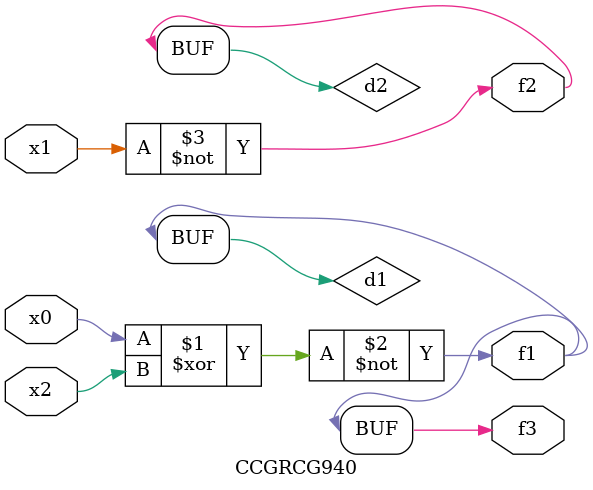
<source format=v>
module CCGRCG940(
	input x0, x1, x2,
	output f1, f2, f3
);

	wire d1, d2, d3;

	xnor (d1, x0, x2);
	nand (d2, x1);
	nor (d3, x1, x2);
	assign f1 = d1;
	assign f2 = d2;
	assign f3 = d1;
endmodule

</source>
